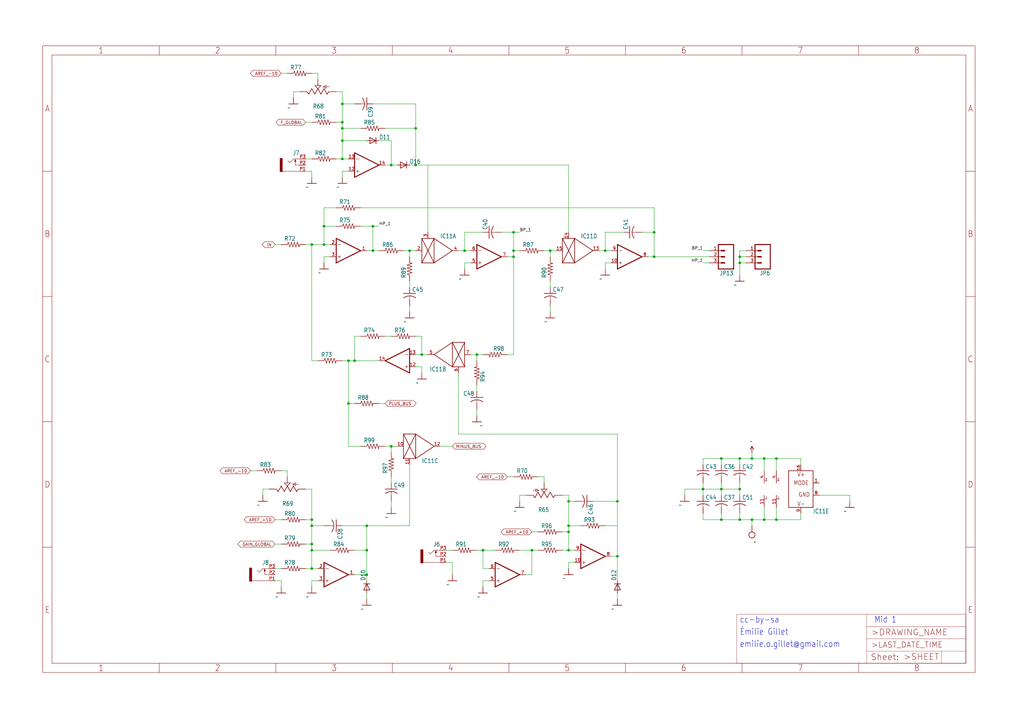
<source format=kicad_sch>
(kicad_sch (version 20211123) (generator eeschema)
  (paper "User" 425.45 299.161)
  (lib_symbols
    (symbol "shelves_v05-eagle-import:A3L-LOC"
      (symbol "A3L-LOC_0_0"
        (text "1" (at 24.2094 1.905 0) (effects (font (size 2.54 2.286))))
        (text "1" (at 24.2094 258.445 0) (effects (font (size 2.54 2.286))))
        (text "2" (at 72.6281 1.905 0) (effects (font (size 2.54 2.286))))
        (text "2" (at 72.6281 258.445 0) (effects (font (size 2.54 2.286))))
        (text "3" (at 121.0469 1.905 0) (effects (font (size 2.54 2.286))))
        (text "3" (at 121.0469 258.445 0) (effects (font (size 2.54 2.286))))
        (text "4" (at 169.4656 1.905 0) (effects (font (size 2.54 2.286))))
        (text "4" (at 169.4656 258.445 0) (effects (font (size 2.54 2.286))))
        (text "5" (at 217.8844 1.905 0) (effects (font (size 2.54 2.286))))
        (text "5" (at 217.8844 258.445 0) (effects (font (size 2.54 2.286))))
        (text "6" (at 266.3031 1.905 0) (effects (font (size 2.54 2.286))))
        (text "6" (at 266.3031 258.445 0) (effects (font (size 2.54 2.286))))
        (text "7" (at 314.7219 1.905 0) (effects (font (size 2.54 2.286))))
        (text "7" (at 314.7219 258.445 0) (effects (font (size 2.54 2.286))))
        (text "8" (at 363.1406 1.905 0) (effects (font (size 2.54 2.286))))
        (text "8" (at 363.1406 258.445 0) (effects (font (size 2.54 2.286))))
        (text "A" (at 1.905 234.315 0) (effects (font (size 2.54 2.286))))
        (text "A" (at 385.445 234.315 0) (effects (font (size 2.54 2.286))))
        (text "B" (at 1.905 182.245 0) (effects (font (size 2.54 2.286))))
        (text "B" (at 385.445 182.245 0) (effects (font (size 2.54 2.286))))
        (text "C" (at 1.905 130.175 0) (effects (font (size 2.54 2.286))))
        (text "C" (at 385.445 130.175 0) (effects (font (size 2.54 2.286))))
        (text "D" (at 1.905 78.105 0) (effects (font (size 2.54 2.286))))
        (text "D" (at 385.445 78.105 0) (effects (font (size 2.54 2.286))))
        (text "E" (at 1.905 26.035 0) (effects (font (size 2.54 2.286))))
        (text "E" (at 385.445 26.035 0) (effects (font (size 2.54 2.286))))
      )
      (symbol "A3L-LOC_1_0"
        (text ">DRAWING_NAME" (at 344.17 15.24 0) (effects (font (size 2.54 2.54)) (justify left bottom)))
        (text ">LAST_DATE_TIME" (at 344.17 10.16 0) (effects (font (size 2.286 2.286)) (justify left bottom)))
        (text ">SHEET" (at 357.505 5.08 0) (effects (font (size 2.54 2.54)) (justify left bottom)))
        (text "Sheet:" (at 343.916 4.953 0) (effects (font (size 2.54 2.54)) (justify left bottom)))
      )
    )
    (symbol "shelves_v05-eagle-import:C-USC0603"
      (property "Reference" "C" (at 1.016 0.635 0))
      (property "Value" "C-USC0603" (at 1.016 -4.191 0))
      (symbol "C-USC0603_1_0"
        (pin passive line (at 0 2.54 270) (length 2.54) (name "1") (number "1"))
        (pin passive line (at 0 -5.08 90) (length 2.54) (name "2") (number "2"))
      )
    )
    (symbol "shelves_v05-eagle-import:DIODE-SOD323-W"
      (property "Reference" "D" (at 2.54 0.4826 0))
      (property "Value" "DIODE-SOD323-W" (at 2.54 -2.3114 0))
      (symbol "DIODE-SOD323-W_1_0"
        (pin passive line (at -2.54 0 0) (length 2.54) (name "A") (number "A"))
        (pin passive line (at 2.54 0 180) (length 2.54) (name "C") (number "C"))
      )
    )
    (symbol "shelves_v05-eagle-import:GND" (power)
      (property "Value" "GND" (at -2.54 -2.54 0))
      (symbol "GND_1_0"
        (pin power_in line (at 0 2.54 270) (length 2.54) (name "GND") (number "1"))
      )
    )
    (symbol "shelves_v05-eagle-import:M03PTH"
      (property "Reference" "JP" (at -2.54 5.842 0))
      (property "Value" "M03PTH" (at -2.54 -7.62 0))
      (symbol "M03PTH_1_0"
        (pin passive line (at 7.62 -2.54 180) (length 5.08) (name "1") (number "1"))
        (pin passive line (at 7.62 0 180) (length 5.08) (name "2") (number "2"))
        (pin passive line (at 7.62 2.54 180) (length 5.08) (name "3") (number "3"))
      )
    )
    (symbol "shelves_v05-eagle-import:PJ301_THONKICONN6"
      (property "Reference" "J" (at -2.54 4.064 0))
      (symbol "PJ301_THONKICONN6_1_0"
        (pin passive line (at -5.08 -2.54 0) (length 2.54) (name "1") (number "P1"))
        (pin passive line (at -5.08 0 0) (length 2.54) (name "2") (number "P2"))
        (pin passive line (at -5.08 2.54 0) (length 2.54) (name "3") (number "P3"))
      )
    )
    (symbol "shelves_v05-eagle-import:POT_USVERTICAL"
      (property "Reference" "R" (at -5.08 -2.54 90))
      (property "Value" "POT_USVERTICAL" (at -2.54 -2.54 90))
      (symbol "POT_USVERTICAL_1_0"
        (pin passive line (at 0 7.62 270) (length 2.54) (name "E") (number "P$1"))
        (pin passive line (at 5.08 0 180) (length 2.54) (name "S") (number "P$2"))
        (pin passive line (at 0 -7.62 90) (length 2.54) (name "A") (number "P$3"))
      )
    )
    (symbol "shelves_v05-eagle-import:POT_USVERTICAL_PS"
      (property "Reference" "R" (at -5.08 -2.54 90))
      (property "Value" "POT_USVERTICAL_PS" (at -2.54 -2.54 90))
      (symbol "POT_USVERTICAL_PS_1_0"
        (pin passive line (at 0 7.62 270) (length 2.54) (name "E") (number "P$1"))
        (pin passive line (at 5.08 0 180) (length 2.54) (name "S") (number "P$2"))
        (pin passive line (at 0 -7.62 90) (length 2.54) (name "A") (number "P$3"))
      )
    )
    (symbol "shelves_v05-eagle-import:R-US_R0603"
      (property "Reference" "R" (at -3.81 1.4986 0))
      (property "Value" "R-US_R0603" (at -3.81 -3.302 0))
      (symbol "R-US_R0603_1_0"
        (pin passive line (at -5.08 0 0) (length 2.54) (name "1") (number "1"))
        (pin passive line (at 5.08 0 180) (length 2.54) (name "2") (number "2"))
      )
    )
    (symbol "shelves_v05-eagle-import:SSM2164S"
      (property "Reference" "IC" (at 5.08 -12.7 0))
      (property "Value" "SSM2164S" (at 5.08 -15.24 0))
      (symbol "SSM2164S_1_0"
        (pin input line (at -5.08 0 0) (length 2.54) (name "IN") (number "2"))
        (pin input line (at 0 7.62 270) (length 2.54) (name "CTRL") (number "3"))
        (pin output line (at 12.7 0 180) (length 2.54) (name "OUT") (number "4"))
      )
      (symbol "SSM2164S_2_0"
        (pin output line (at 12.7 0 180) (length 2.54) (name "OUT") (number "5"))
        (pin input line (at 0 7.62 270) (length 2.54) (name "CTRL") (number "6"))
        (pin input line (at -5.08 0 0) (length 2.54) (name "IN") (number "7"))
      )
      (symbol "SSM2164S_3_0"
        (pin input line (at -5.08 0 0) (length 2.54) (name "IN") (number "10"))
        (pin input line (at 0 7.62 270) (length 2.54) (name "CTRL") (number "11"))
        (pin output line (at 12.7 0 180) (length 2.54) (name "OUT") (number "12"))
      )
      (symbol "SSM2164S_4_0"
        (pin output line (at 12.7 0 180) (length 2.54) (name "OUT") (number "13"))
        (pin input line (at 0 7.62 270) (length 2.54) (name "CTRL") (number "14"))
        (pin input line (at -5.08 0 0) (length 2.54) (name "IN") (number "15"))
      )
      (symbol "SSM2164S_5_0"
        (text "GND" (at -1.016 -5.842 0) (effects (font (size 1.778 1.5113)) (justify left bottom)))
        (text "MODE" (at -3.048 -1.016 0) (effects (font (size 1.778 1.5113)) (justify left bottom)))
        (text "V+" (at -1.524 2.54 0) (effects (font (size 1.778 1.5113)) (justify left bottom)))
        (text "V-" (at -1.524 -9.652 0) (effects (font (size 1.778 1.5113)) (justify left bottom)))
        (pin input line (at 7.62 0 180) (length 2.54) (name "MODE") (number "1"))
        (pin power_in line (at 0 7.62 270) (length 2.54) (name "V+") (number "16"))
        (pin power_in line (at 7.62 -5.08 180) (length 2.54) (name "GND") (number "8"))
        (pin power_in line (at 0 -12.7 90) (length 2.54) (name "V-") (number "9"))
      )
    )
    (symbol "shelves_v05-eagle-import:TL074D"
      (symbol "TL074D_1_0"
        (pin output line (at 7.62 0 180) (length 2.54) (name "OUT") (number "1"))
        (pin input line (at -7.62 -2.54 0) (length 2.54) (name "-IN") (number "2"))
        (pin input line (at -7.62 2.54 0) (length 2.54) (name "+IN") (number "3"))
      )
      (symbol "TL074D_2_0"
        (pin input line (at -7.62 2.54 0) (length 2.54) (name "+IN") (number "5"))
        (pin input line (at -7.62 -2.54 0) (length 2.54) (name "-IN") (number "6"))
        (pin output line (at 7.62 0 180) (length 2.54) (name "OUT") (number "7"))
      )
      (symbol "TL074D_3_0"
        (pin input line (at -7.62 2.54 0) (length 2.54) (name "+IN") (number "10"))
        (pin output line (at 7.62 0 180) (length 2.54) (name "OUT") (number "8"))
        (pin input line (at -7.62 -2.54 0) (length 2.54) (name "-IN") (number "9"))
      )
      (symbol "TL074D_4_0"
        (pin input line (at -7.62 2.54 0) (length 2.54) (name "+IN") (number "12"))
        (pin input line (at -7.62 -2.54 0) (length 2.54) (name "-IN") (number "13"))
        (pin output line (at 7.62 0 180) (length 2.54) (name "OUT") (number "14"))
      )
      (symbol "TL074D_5_0"
        (text "V+" (at 1.27 3.175 900) (effects (font (size 0.8128 0.6908)) (justify left bottom)))
        (text "V-" (at 1.27 -4.445 900) (effects (font (size 0.8128 0.6908)) (justify left bottom)))
        (pin power_in line (at 0 -7.62 90) (length 5.08) (name "V-") (number "11"))
        (pin power_in line (at 0 7.62 270) (length 5.08) (name "V+") (number "4"))
      )
    )
    (symbol "shelves_v05-eagle-import:VCC" (power)
      (property "Value" "VCC" (at -1.016 3.556 0))
      (symbol "VCC_1_0"
        (pin power_in line (at 0 0 90) (length 2.54) (name "VCC") (number "1"))
      )
    )
    (symbol "shelves_v05-eagle-import:VEE" (power)
      (property "Value" "VEE" (at -1.905 3.175 0))
      (symbol "VEE_1_0"
        (pin power_in line (at 0 -2.54 90) (length 2.54) (name "VEE") (number "1"))
      )
    )
  )
  (junction (at 175.26 147.32))
  (junction (at 193.04 104.14))
  (junction (at 129.54 101.6))
  (junction (at 144.78 167.64))
  (junction (at 322.58 215.9))
  (junction (at 251.46 104.14))
  (junction (at 129.54 218.44))
  (junction (at 134.62 93.98))
  (junction (at 236.22 220.98))
  (junction (at 307.34 203.2))
  (junction (at 322.58 190.5))
  (junction (at 142.24 58.42))
  (junction (at 129.54 226.06))
  (junction (at 299.72 215.9))
  (junction (at 213.36 96.52))
  (junction (at 152.4 238.76))
  (junction (at 144.78 149.86))
  (junction (at 307.34 190.5))
  (junction (at 147.32 149.86))
  (junction (at 154.94 93.98))
  (junction (at 134.62 101.6))
  (junction (at 129.54 215.9))
  (junction (at 170.18 104.14))
  (junction (at 307.34 106.68))
  (junction (at 271.78 106.68))
  (junction (at 312.42 215.9))
  (junction (at 299.72 203.2))
  (junction (at 271.78 96.52))
  (junction (at 172.72 68.58))
  (junction (at 213.36 106.68))
  (junction (at 152.4 228.6))
  (junction (at 200.66 228.6))
  (junction (at 317.5 190.5))
  (junction (at 256.54 208.28))
  (junction (at 142.24 66.04))
  (junction (at 307.34 215.9))
  (junction (at 236.22 208.28))
  (junction (at 162.56 68.58))
  (junction (at 220.98 228.6))
  (junction (at 152.4 218.44))
  (junction (at 198.12 147.32))
  (junction (at 256.54 231.14))
  (junction (at 213.36 104.14))
  (junction (at 236.22 228.6))
  (junction (at 129.54 228.6))
  (junction (at 129.54 236.22))
  (junction (at 228.6 104.14))
  (junction (at 142.24 53.34))
  (junction (at 172.72 53.34))
  (junction (at 317.5 215.9))
  (junction (at 299.72 190.5))
  (junction (at 142.24 50.8))
  (junction (at 312.42 190.5))
  (junction (at 307.34 109.22))
  (junction (at 162.56 185.42))
  (junction (at 154.94 104.14))
  (junction (at 142.24 43.18))
  (junction (at 236.22 218.44))
  (junction (at 292.1 203.2))
  (wire (pts (xy 127 66.04) (xy 129.54 66.04)))
  (wire (pts (xy 292.1 200.66) (xy 292.1 203.2)))
  (wire (pts (xy 203.2 241.3) (xy 200.66 241.3)))
  (wire (pts (xy 177.8 68.58) (xy 236.22 68.58)))
  (wire (pts (xy 137.16 106.68) (xy 134.62 106.68)))
  (wire (pts (xy 213.36 104.14) (xy 215.9 104.14)))
  (wire (pts (xy 134.62 86.36) (xy 134.62 93.98)))
  (wire (pts (xy 256.54 231.14) (xy 254 231.14)))
  (wire (pts (xy 185.42 233.68) (xy 187.96 233.68)))
  (wire (pts (xy 142.24 53.34) (xy 142.24 58.42)))
  (wire (pts (xy 147.32 139.7) (xy 147.32 149.86)))
  (wire (pts (xy 198.12 162.56) (xy 198.12 160.02)))
  (wire (pts (xy 154.94 93.98) (xy 157.48 93.98)))
  (wire (pts (xy 170.18 68.58) (xy 172.72 68.58)))
  (wire (pts (xy 177.8 68.58) (xy 177.8 96.52)))
  (wire (pts (xy 147.32 228.6) (xy 152.4 228.6)))
  (wire (pts (xy 170.18 218.44) (xy 170.18 193.04)))
  (wire (pts (xy 307.34 193.04) (xy 307.34 190.5)))
  (wire (pts (xy 157.48 167.64) (xy 160.02 167.64)))
  (wire (pts (xy 307.34 104.14) (xy 307.34 106.68)))
  (wire (pts (xy 220.98 238.76) (xy 218.44 238.76)))
  (wire (pts (xy 193.04 109.22) (xy 193.04 111.76)))
  (wire (pts (xy 309.88 109.22) (xy 307.34 109.22)))
  (wire (pts (xy 213.36 96.52) (xy 215.9 96.52)))
  (wire (pts (xy 213.36 106.68) (xy 210.82 106.68)))
  (wire (pts (xy 116.84 241.3) (xy 116.84 243.84)))
  (wire (pts (xy 162.56 185.42) (xy 162.56 187.96)))
  (wire (pts (xy 170.18 127) (xy 170.18 129.54)))
  (wire (pts (xy 149.86 86.36) (xy 271.78 86.36)))
  (wire (pts (xy 132.08 149.86) (xy 129.54 149.86)))
  (wire (pts (xy 218.44 205.74) (xy 215.9 205.74)))
  (wire (pts (xy 152.4 238.76) (xy 152.4 228.6)))
  (wire (pts (xy 172.72 68.58) (xy 172.72 53.34)))
  (wire (pts (xy 132.08 30.48) (xy 132.08 33.02)))
  (wire (pts (xy 299.72 203.2) (xy 299.72 205.74)))
  (wire (pts (xy 228.6 104.14) (xy 228.6 106.68)))
  (wire (pts (xy 154.94 93.98) (xy 154.94 104.14)))
  (wire (pts (xy 213.36 96.52) (xy 213.36 104.14)))
  (wire (pts (xy 144.78 185.42) (xy 149.86 185.42)))
  (wire (pts (xy 129.54 101.6) (xy 134.62 101.6)))
  (wire (pts (xy 134.62 218.44) (xy 129.54 218.44)))
  (wire (pts (xy 238.76 233.68) (xy 236.22 233.68)))
  (wire (pts (xy 170.18 104.14) (xy 170.18 106.68)))
  (wire (pts (xy 223.52 220.98) (xy 220.98 220.98)))
  (wire (pts (xy 127 236.22) (xy 129.54 236.22)))
  (wire (pts (xy 223.52 198.12) (xy 226.06 198.12)))
  (wire (pts (xy 256.54 241.3) (xy 256.54 231.14)))
  (wire (pts (xy 226.06 104.14) (xy 228.6 104.14)))
  (wire (pts (xy 223.52 228.6) (xy 220.98 228.6)))
  (wire (pts (xy 149.86 53.34) (xy 142.24 53.34)))
  (wire (pts (xy 228.6 119.38) (xy 228.6 116.84)))
  (wire (pts (xy 307.34 203.2) (xy 299.72 203.2)))
  (wire (pts (xy 266.7 96.52) (xy 271.78 96.52)))
  (wire (pts (xy 307.34 106.68) (xy 309.88 106.68)))
  (wire (pts (xy 139.7 66.04) (xy 142.24 66.04)))
  (wire (pts (xy 251.46 104.14) (xy 254 104.14)))
  (wire (pts (xy 152.4 241.3) (xy 152.4 238.76)))
  (wire (pts (xy 119.38 195.58) (xy 119.38 198.12)))
  (wire (pts (xy 233.68 220.98) (xy 236.22 220.98)))
  (wire (pts (xy 144.78 149.86) (xy 147.32 149.86)))
  (wire (pts (xy 124.46 38.1) (xy 121.92 38.1)))
  (wire (pts (xy 157.48 58.42) (xy 162.56 58.42)))
  (wire (pts (xy 294.64 109.22) (xy 292.1 109.22)))
  (wire (pts (xy 200.66 147.32) (xy 198.12 147.32)))
  (wire (pts (xy 116.84 195.58) (xy 119.38 195.58)))
  (wire (pts (xy 322.58 190.5) (xy 332.74 190.5)))
  (wire (pts (xy 340.36 205.74) (xy 353.06 205.74)))
  (wire (pts (xy 309.88 104.14) (xy 307.34 104.14)))
  (wire (pts (xy 317.5 195.58) (xy 317.5 190.5)))
  (wire (pts (xy 175.26 139.7) (xy 175.26 147.32)))
  (wire (pts (xy 129.54 203.2) (xy 129.54 215.9)))
  (wire (pts (xy 238.76 208.28) (xy 236.22 208.28)))
  (wire (pts (xy 193.04 96.52) (xy 200.66 96.52)))
  (wire (pts (xy 142.24 71.12) (xy 142.24 73.66)))
  (wire (pts (xy 220.98 228.6) (xy 220.98 238.76)))
  (wire (pts (xy 139.7 86.36) (xy 134.62 86.36)))
  (wire (pts (xy 312.42 218.44) (xy 312.42 215.9)))
  (wire (pts (xy 228.6 127) (xy 228.6 129.54)))
  (wire (pts (xy 167.64 104.14) (xy 170.18 104.14)))
  (wire (pts (xy 129.54 71.12) (xy 129.54 73.66)))
  (wire (pts (xy 193.04 104.14) (xy 193.04 96.52)))
  (wire (pts (xy 134.62 101.6) (xy 137.16 101.6)))
  (wire (pts (xy 142.24 58.42) (xy 142.24 66.04)))
  (wire (pts (xy 177.8 147.32) (xy 175.26 147.32)))
  (wire (pts (xy 170.18 119.38) (xy 170.18 116.84)))
  (wire (pts (xy 134.62 93.98) (xy 139.7 93.98)))
  (wire (pts (xy 271.78 106.68) (xy 269.24 106.68)))
  (wire (pts (xy 116.84 226.06) (xy 114.3 226.06)))
  (wire (pts (xy 251.46 109.22) (xy 251.46 111.76)))
  (wire (pts (xy 160.02 139.7) (xy 162.56 139.7)))
  (wire (pts (xy 299.72 203.2) (xy 292.1 203.2)))
  (wire (pts (xy 162.56 200.66) (xy 162.56 198.12)))
  (wire (pts (xy 251.46 104.14) (xy 251.46 96.52)))
  (wire (pts (xy 256.54 218.44) (xy 256.54 231.14)))
  (wire (pts (xy 312.42 215.9) (xy 317.5 215.9)))
  (wire (pts (xy 142.24 149.86) (xy 144.78 149.86)))
  (wire (pts (xy 142.24 218.44) (xy 152.4 218.44)))
  (wire (pts (xy 299.72 190.5) (xy 307.34 190.5)))
  (wire (pts (xy 299.72 213.36) (xy 299.72 215.9)))
  (wire (pts (xy 172.72 152.4) (xy 175.26 152.4)))
  (wire (pts (xy 195.58 147.32) (xy 198.12 147.32)))
  (wire (pts (xy 170.18 104.14) (xy 172.72 104.14)))
  (wire (pts (xy 312.42 187.96) (xy 312.42 190.5)))
  (wire (pts (xy 111.76 203.2) (xy 109.22 203.2)))
  (wire (pts (xy 284.48 203.2) (xy 284.48 205.74)))
  (wire (pts (xy 134.62 93.98) (xy 134.62 101.6)))
  (wire (pts (xy 119.38 30.48) (xy 116.84 30.48)))
  (wire (pts (xy 215.9 228.6) (xy 220.98 228.6)))
  (wire (pts (xy 312.42 190.5) (xy 317.5 190.5)))
  (wire (pts (xy 187.96 233.68) (xy 187.96 238.76)))
  (wire (pts (xy 317.5 190.5) (xy 322.58 190.5)))
  (wire (pts (xy 205.74 228.6) (xy 200.66 228.6)))
  (wire (pts (xy 149.86 93.98) (xy 154.94 93.98)))
  (wire (pts (xy 236.22 233.68) (xy 236.22 236.22)))
  (wire (pts (xy 114.3 236.22) (xy 116.84 236.22)))
  (wire (pts (xy 162.56 68.58) (xy 165.1 68.58)))
  (wire (pts (xy 254 109.22) (xy 251.46 109.22)))
  (wire (pts (xy 198.12 170.18) (xy 198.12 172.72)))
  (wire (pts (xy 215.9 205.74) (xy 215.9 208.28)))
  (wire (pts (xy 236.22 68.58) (xy 236.22 96.52)))
  (wire (pts (xy 127 215.9) (xy 129.54 215.9)))
  (wire (pts (xy 144.78 149.86) (xy 144.78 167.64)))
  (wire (pts (xy 160.02 68.58) (xy 162.56 68.58)))
  (wire (pts (xy 256.54 208.28) (xy 256.54 218.44)))
  (wire (pts (xy 142.24 50.8) (xy 142.24 53.34)))
  (wire (pts (xy 142.24 43.18) (xy 142.24 50.8)))
  (wire (pts (xy 116.84 101.6) (xy 114.3 101.6)))
  (wire (pts (xy 129.54 226.06) (xy 129.54 228.6)))
  (wire (pts (xy 144.78 167.64) (xy 147.32 167.64)))
  (wire (pts (xy 246.38 208.28) (xy 256.54 208.28)))
  (wire (pts (xy 114.3 241.3) (xy 116.84 241.3)))
  (wire (pts (xy 142.24 38.1) (xy 142.24 43.18)))
  (wire (pts (xy 109.22 203.2) (xy 109.22 205.74)))
  (wire (pts (xy 307.34 190.5) (xy 312.42 190.5)))
  (wire (pts (xy 213.36 147.32) (xy 213.36 106.68)))
  (wire (pts (xy 139.7 50.8) (xy 142.24 50.8)))
  (wire (pts (xy 121.92 38.1) (xy 121.92 40.64)))
  (wire (pts (xy 154.94 43.18) (xy 172.72 43.18)))
  (wire (pts (xy 251.46 96.52) (xy 259.08 96.52)))
  (wire (pts (xy 332.74 215.9) (xy 322.58 215.9)))
  (wire (pts (xy 332.74 190.5) (xy 332.74 193.04)))
  (wire (pts (xy 208.28 96.52) (xy 213.36 96.52)))
  (wire (pts (xy 106.68 195.58) (xy 104.14 195.58)))
  (wire (pts (xy 127 71.12) (xy 129.54 71.12)))
  (wire (pts (xy 116.84 215.9) (xy 114.3 215.9)))
  (wire (pts (xy 152.4 58.42) (xy 142.24 58.42)))
  (wire (pts (xy 129.54 50.8) (xy 127 50.8)))
  (wire (pts (xy 195.58 109.22) (xy 193.04 109.22)))
  (wire (pts (xy 129.54 149.86) (xy 129.54 101.6)))
  (wire (pts (xy 129.54 218.44) (xy 129.54 226.06)))
  (wire (pts (xy 353.06 205.74) (xy 353.06 208.28)))
  (wire (pts (xy 127 101.6) (xy 129.54 101.6)))
  (wire (pts (xy 152.4 218.44) (xy 170.18 218.44)))
  (wire (pts (xy 139.7 38.1) (xy 142.24 38.1)))
  (wire (pts (xy 292.1 215.9) (xy 299.72 215.9)))
  (wire (pts (xy 144.78 167.64) (xy 144.78 185.42)))
  (wire (pts (xy 162.56 58.42) (xy 162.56 68.58)))
  (wire (pts (xy 154.94 104.14) (xy 152.4 104.14)))
  (wire (pts (xy 154.94 104.14) (xy 157.48 104.14)))
  (wire (pts (xy 317.5 215.9) (xy 322.58 215.9)))
  (wire (pts (xy 292.1 193.04) (xy 292.1 190.5)))
  (wire (pts (xy 307.34 215.9) (xy 312.42 215.9)))
  (wire (pts (xy 129.54 228.6) (xy 129.54 236.22)))
  (wire (pts (xy 190.5 154.94) (xy 190.5 180.34)))
  (wire (pts (xy 127 226.06) (xy 129.54 226.06)))
  (wire (pts (xy 137.16 228.6) (xy 129.54 228.6)))
  (wire (pts (xy 256.54 246.38) (xy 256.54 248.92)))
  (wire (pts (xy 271.78 106.68) (xy 294.64 106.68)))
  (wire (pts (xy 175.26 147.32) (xy 172.72 147.32)))
  (wire (pts (xy 307.34 106.68) (xy 307.34 109.22)))
  (wire (pts (xy 129.54 30.48) (xy 132.08 30.48)))
  (wire (pts (xy 299.72 215.9) (xy 307.34 215.9)))
  (wire (pts (xy 236.22 220.98) (xy 236.22 228.6)))
  (wire (pts (xy 172.72 68.58) (xy 177.8 68.58)))
  (wire (pts (xy 307.34 203.2) (xy 307.34 205.74)))
  (wire (pts (xy 271.78 96.52) (xy 271.78 106.68)))
  (wire (pts (xy 147.32 149.86) (xy 157.48 149.86)))
  (wire (pts (xy 172.72 53.34) (xy 172.72 43.18)))
  (wire (pts (xy 190.5 180.34) (xy 256.54 180.34)))
  (wire (pts (xy 132.08 236.22) (xy 129.54 236.22)))
  (wire (pts (xy 317.5 210.82) (xy 317.5 215.9)))
  (wire (pts (xy 292.1 190.5) (xy 299.72 190.5)))
  (wire (pts (xy 129.54 241.3) (xy 129.54 243.84)))
  (wire (pts (xy 228.6 104.14) (xy 231.14 104.14)))
  (wire (pts (xy 322.58 215.9) (xy 322.58 210.82)))
  (wire (pts (xy 299.72 200.66) (xy 299.72 203.2)))
  (wire (pts (xy 292.1 213.36) (xy 292.1 215.9)))
  (wire (pts (xy 248.92 104.14) (xy 251.46 104.14)))
  (wire (pts (xy 233.68 228.6) (xy 236.22 228.6)))
  (wire (pts (xy 193.04 104.14) (xy 195.58 104.14)))
  (wire (pts (xy 203.2 236.22) (xy 200.66 236.22)))
  (wire (pts (xy 210.82 147.32) (xy 213.36 147.32)))
  (wire (pts (xy 307.34 109.22) (xy 307.34 114.3)))
  (wire (pts (xy 292.1 104.14) (xy 294.64 104.14)))
  (wire (pts (xy 172.72 139.7) (xy 175.26 139.7)))
  (wire (pts (xy 162.56 185.42) (xy 165.1 185.42)))
  (wire (pts (xy 147.32 238.76) (xy 152.4 238.76)))
  (wire (pts (xy 307.34 213.36) (xy 307.34 215.9)))
  (wire (pts (xy 144.78 71.12) (xy 142.24 71.12)))
  (wire (pts (xy 241.3 218.44) (xy 236.22 218.44)))
  (wire (pts (xy 190.5 104.14) (xy 193.04 104.14)))
  (wire (pts (xy 307.34 200.66) (xy 307.34 203.2)))
  (wire (pts (xy 256.54 180.34) (xy 256.54 208.28)))
  (wire (pts (xy 175.26 152.4) (xy 175.26 154.94)))
  (wire (pts (xy 213.36 198.12) (xy 210.82 198.12)))
  (wire (pts (xy 152.4 246.38) (xy 152.4 248.92)))
  (wire (pts (xy 332.74 213.36) (xy 332.74 215.9)))
  (wire (pts (xy 127 203.2) (xy 129.54 203.2)))
  (wire (pts (xy 182.88 185.42) (xy 187.96 185.42)))
  (wire (pts (xy 238.76 228.6) (xy 236.22 228.6)))
  (wire (pts (xy 226.06 198.12) (xy 226.06 200.66)))
  (wire (pts (xy 129.54 215.9) (xy 129.54 218.44)))
  (wire (pts (xy 162.56 208.28) (xy 162.56 210.82)))
  (wire (pts (xy 322.58 195.58) (xy 322.58 190.5)))
  (wire (pts (xy 144.78 66.04) (xy 142.24 66.04)))
  (wire (pts (xy 132.08 241.3) (xy 129.54 241.3)))
  (wire (pts (xy 292.1 203.2) (xy 284.48 203.2)))
  (wire (pts (xy 236.22 218.44) (xy 236.22 220.98)))
  (wire (pts (xy 200.66 241.3) (xy 200.66 243.84)))
  (wire (pts (xy 233.68 205.74) (xy 236.22 205.74)))
  (wire (pts (xy 271.78 86.36) (xy 271.78 96.52)))
  (wire (pts (xy 147.32 43.18) (xy 142.24 43.18)))
  (wire (pts (xy 152.4 228.6) (xy 152.4 218.44)))
  (wire (pts (xy 251.46 218.44) (xy 256.54 218.44)))
  (wire (pts (xy 200.66 236.22) (xy 200.66 228.6)))
  (wire (pts (xy 213.36 104.14) (xy 213.36 106.68)))
  (wire (pts (xy 160.02 53.34) (xy 172.72 53.34)))
  (wire (pts (xy 198.12 147.32) (xy 198.12 149.86)))
  (wire (pts (xy 160.02 185.42) (xy 162.56 185.42)))
  (wire (pts (xy 149.86 139.7) (xy 147.32 139.7)))
  (wire (pts (xy 292.1 203.2) (xy 292.1 205.74)))
  (wire (pts (xy 185.42 228.6) (xy 187.96 228.6)))
  (wire (pts (xy 236.22 205.74) (xy 236.22 208.28)))
  (wire (pts (xy 134.62 106.68) (xy 134.62 109.22)))
  (wire (pts (xy 299.72 193.04) (xy 299.72 190.5)))
  (wire (pts (xy 236.22 208.28) (xy 236.22 218.44)))
  (wire (pts (xy 198.12 228.6) (xy 200.66 228.6)))
  (text "Émilie Gillet" (at 307.34 264.16 180) (effects (font (size 2.54 2.159)) (justify left bottom)))
  (text "emilie.o.gillet@gmail.com" (at 307.34 269.24 180) (effects (font (size 2.54 2.159)) (justify left bottom)))
  (text "cc-by-sa" (at 307.34 259.08 180) (effects (font (size 2.54 2.159)) (justify left bottom)))
  (text "Mid 1" (at 363.22 259.08 180) (effects (font (size 2.54 2.159)) (justify left bottom)))
  (label "HP_1" (at 157.48 93.98 0) (effects (font (size 1.2446 1.2446))))
  (label "BP_1" (at 215.9 96.52 0) (effects (font (size 1.2446 1.2446))))
  (label "BP_1" (at 292.1 104.14 180) (effects (font (size 1.2446 1.2446))))
  (label "HP_1" (at 292.1 109.22 180) (effects (font (size 1.2446 1.2446))))
  (global_label "IN" (shape bidirectional) (at 114.3 101.6 180) (effects (font (size 1.2446 1.2446))) (property "Intersheet References" "${INTERSHEET_REFS}" (effects hide)))
  (global_label "AREF_+10" (shape bidirectional) (at 220.98 220.98 180) (effects (font (size 1.2446 1.2446))) (property "Intersheet References" "${INTERSHEET_REFS}" (effects hide)))
  (global_label "AREF_-10" (shape bidirectional) (at 210.82 198.12 180) (effects (font (size 1.2446 1.2446))) (property "Intersheet References" "${INTERSHEET_REFS}" (effects hide)))
  (global_label "AREF_-10" (shape bidirectional) (at 104.14 195.58 180) (effects (font (size 1.2446 1.2446))) (property "Intersheet References" "${INTERSHEET_REFS}" (effects hide)))
  (global_label "MINUS_BUS" (shape bidirectional) (at 187.96 185.42 0) (effects (font (size 1.2446 1.2446))) (property "Intersheet References" "${INTERSHEET_REFS}" (effects hide)))
  (global_label "GAIN_GLOBAL" (shape bidirectional) (at 114.3 226.06 180) (effects (font (size 1.2446 1.2446))) (property "Intersheet References" "${INTERSHEET_REFS}" (effects hide)))
  (global_label "F_GLOBAL" (shape bidirectional) (at 127 50.8 180) (effects (font (size 1.2446 1.2446))) (property "Intersheet References" "${INTERSHEET_REFS}" (effects hide)))
  (global_label "PLUS_BUS" (shape bidirectional) (at 160.02 167.64 0) (effects (font (size 1.2446 1.2446))) (property "Intersheet References" "${INTERSHEET_REFS}" (effects hide)))
  (global_label "AREF_+10" (shape bidirectional) (at 114.3 215.9 180) (effects (font (size 1.2446 1.2446))) (property "Intersheet References" "${INTERSHEET_REFS}" (effects hide)))
  (global_label "AREF_-10" (shape bidirectional) (at 116.84 30.48 180) (effects (font (size 1.2446 1.2446))) (property "Intersheet References" "${INTERSHEET_REFS}" (effects hide)))
  (symbol (lib_id "shelves_v05-eagle-import:VCC") (at 312.42 187.96 0) (unit 1)
    (property "Reference" "#P+1" (effects hide))
  )
  (symbol (lib_id "shelves_v05-eagle-import:SSM2164S") (at 170.18 185.42 0) (mirror x) (unit 3)
    (property "Reference" "IC11" (at 175.26 190.5 0) (effects (font (size 1.778 1.5113)) (justify left bottom)))
  )
  (symbol (lib_id "shelves_v05-eagle-import:DIODE-SOD323-W") (at 256.54 243.84 90) (unit 1)
    (property "Reference" "D12" (at 256.0574 241.3 0) (effects (font (size 1.778 1.5113)) (justify left bottom)))
  )
  (symbol (lib_id "shelves_v05-eagle-import:R-US_R0603") (at 154.94 139.7 0) (unit 1)
    (property "Reference" "R74" (at 151.13 138.2014 0) (effects (font (size 1.778 1.5113)) (justify left bottom)))
  )
  (symbol (lib_id "shelves_v05-eagle-import:TL074D") (at 261.62 106.68 0) (mirror x) (unit 3)
    (property "Reference" "IC9" (effects hide))
  )
  (symbol (lib_id "shelves_v05-eagle-import:GND") (at 284.48 208.28 0) (unit 1)
    (property "Reference" "#GND30" (effects hide))
  )
  (symbol (lib_id "shelves_v05-eagle-import:R-US_R0603") (at 228.6 228.6 0) (unit 1)
    (property "Reference" "R95" (at 224.79 227.1014 0) (effects (font (size 1.778 1.5113)) (justify left bottom)))
  )
  (symbol (lib_id "shelves_v05-eagle-import:C-USC0603") (at 299.72 195.58 0) (unit 1)
    (property "Reference" "C36" (at 300.736 194.945 0) (effects (font (size 1.778 1.5113)) (justify left bottom)))
  )
  (symbol (lib_id "shelves_v05-eagle-import:C-USC0603") (at 307.34 195.58 0) (unit 1)
    (property "Reference" "C42" (at 308.356 194.945 0) (effects (font (size 1.778 1.5113)) (justify left bottom)))
  )
  (symbol (lib_id "shelves_v05-eagle-import:TL074D") (at 210.82 238.76 0) (mirror x) (unit 2)
    (property "Reference" "IC10" (effects hide))
  )
  (symbol (lib_id "shelves_v05-eagle-import:R-US_R0603") (at 246.38 218.44 0) (unit 1)
    (property "Reference" "R93" (at 242.57 216.9414 0) (effects (font (size 1.778 1.5113)) (justify left bottom)))
  )
  (symbol (lib_id "shelves_v05-eagle-import:GND") (at 198.12 175.26 0) (mirror y) (unit 1)
    (property "Reference" "#GND45" (effects hide))
  )
  (symbol (lib_id "shelves_v05-eagle-import:GND") (at 109.22 208.28 0) (unit 1)
    (property "Reference" "#GND38" (effects hide))
  )
  (symbol (lib_id "shelves_v05-eagle-import:GND") (at 121.92 43.18 0) (unit 1)
    (property "Reference" "#GND37" (effects hide))
  )
  (symbol (lib_id "shelves_v05-eagle-import:R-US_R0603") (at 121.92 215.9 0) (unit 1)
    (property "Reference" "R80" (at 118.11 214.4014 0) (effects (font (size 1.778 1.5113)) (justify left bottom)))
  )
  (symbol (lib_id "shelves_v05-eagle-import:C-USC0603") (at 162.56 203.2 0) (unit 1)
    (property "Reference" "C49" (at 163.576 202.565 0) (effects (font (size 1.778 1.5113)) (justify left bottom)))
  )
  (symbol (lib_id "shelves_v05-eagle-import:TL074D") (at 144.78 104.14 0) (mirror x) (unit 1)
    (property "Reference" "IC9" (effects hide))
  )
  (symbol (lib_id "shelves_v05-eagle-import:R-US_R0603") (at 167.64 139.7 0) (unit 1)
    (property "Reference" "R76" (at 163.83 138.2014 0) (effects (font (size 1.778 1.5113)) (justify left bottom)))
  )
  (symbol (lib_id "shelves_v05-eagle-import:R-US_R0603") (at 121.92 226.06 0) (unit 1)
    (property "Reference" "R79" (at 118.11 224.5614 0) (effects (font (size 1.778 1.5113)) (justify left bottom)))
  )
  (symbol (lib_id "shelves_v05-eagle-import:GND") (at 116.84 246.38 0) (unit 1)
    (property "Reference" "#GND36" (effects hide))
  )
  (symbol (lib_id "shelves_v05-eagle-import:GND") (at 162.56 213.36 0) (unit 1)
    (property "Reference" "#GND39" (effects hide))
  )
  (symbol (lib_id "shelves_v05-eagle-import:C-USC0603") (at 198.12 165.1 0) (mirror y) (unit 1)
    (property "Reference" "C48" (at 197.104 164.465 0) (effects (font (size 1.778 1.5113)) (justify left bottom)))
  )
  (symbol (lib_id "shelves_v05-eagle-import:DIODE-SOD323-W") (at 167.64 68.58 0) (unit 1)
    (property "Reference" "D16" (at 170.18 68.0974 0) (effects (font (size 1.778 1.5113)) (justify left bottom)))
  )
  (symbol (lib_id "shelves_v05-eagle-import:GND") (at 134.62 111.76 0) (unit 1)
    (property "Reference" "#GND40" (effects hide))
  )
  (symbol (lib_id "shelves_v05-eagle-import:GND") (at 170.18 132.08 0) (unit 1)
    (property "Reference" "#GND28" (effects hide))
  )
  (symbol (lib_id "shelves_v05-eagle-import:SSM2164S") (at 236.22 104.14 0) (unit 4)
    (property "Reference" "IC11" (at 241.3 99.06 0) (effects (font (size 1.778 1.5113)) (justify left bottom)))
  )
  (symbol (lib_id "shelves_v05-eagle-import:R-US_R0603") (at 144.78 93.98 0) (unit 1)
    (property "Reference" "R75" (at 140.97 92.4814 0) (effects (font (size 1.778 1.5113)) (justify left bottom)))
  )
  (symbol (lib_id "shelves_v05-eagle-import:C-USC0603") (at 261.62 96.52 90) (unit 1)
    (property "Reference" "C41" (at 260.985 95.504 0) (effects (font (size 1.778 1.5113)) (justify left bottom)))
  )
  (symbol (lib_id "shelves_v05-eagle-import:TL074D") (at 139.7 238.76 0) (mirror x) (unit 1)
    (property "Reference" "IC10" (effects hide))
  )
  (symbol (lib_id "shelves_v05-eagle-import:C-USC0603") (at 292.1 195.58 0) (unit 1)
    (property "Reference" "C43" (at 293.116 194.945 0) (effects (font (size 1.778 1.5113)) (justify left bottom)))
  )
  (symbol (lib_id "shelves_v05-eagle-import:TL074D") (at 317.5 203.2 0) (unit 5)
    (property "Reference" "IC9" (effects hide))
  )
  (symbol (lib_id "shelves_v05-eagle-import:R-US_R0603") (at 134.62 50.8 0) (unit 1)
    (property "Reference" "R81" (at 130.81 49.3014 0) (effects (font (size 1.778 1.5113)) (justify left bottom)))
  )
  (symbol (lib_id "shelves_v05-eagle-import:R-US_R0603") (at 162.56 104.14 0) (unit 1)
    (property "Reference" "R86" (at 158.75 102.6414 0) (effects (font (size 1.778 1.5113)) (justify left bottom)))
  )
  (symbol (lib_id "shelves_v05-eagle-import:POT_USVERTICAL") (at 226.06 205.74 270) (mirror x) (unit 1)
    (property "Reference" "R65" (at 223.52 210.82 90) (effects (font (size 1.778 1.5113)) (justify left bottom)))
  )
  (symbol (lib_id "shelves_v05-eagle-import:TL074D") (at 165.1 149.86 180) (unit 4)
    (property "Reference" "IC9" (effects hide))
  )
  (symbol (lib_id "shelves_v05-eagle-import:R-US_R0603") (at 198.12 154.94 270) (mirror x) (unit 1)
    (property "Reference" "R94" (at 199.6186 158.75 0) (effects (font (size 1.778 1.5113)) (justify left bottom)))
  )
  (symbol (lib_id "shelves_v05-eagle-import:GND") (at 215.9 210.82 0) (unit 1)
    (property "Reference" "#GND48" (effects hide))
  )
  (symbol (lib_id "shelves_v05-eagle-import:A3L-LOC") (at 17.78 279.4 0) (unit 1)
    (property "Reference" "#FRAME1" (effects hide))
  )
  (symbol (lib_id "shelves_v05-eagle-import:C-USC0603") (at 228.6 121.92 0) (unit 1)
    (property "Reference" "C47" (at 229.616 121.285 0) (effects (font (size 1.778 1.5113)) (justify left bottom)))
  )
  (symbol (lib_id "shelves_v05-eagle-import:M03PTH") (at 317.5 106.68 180) (unit 1)
    (property "Reference" "JP6" (at 320.04 112.522 0) (effects (font (size 1.778 1.5113)) (justify left bottom)))
  )
  (symbol (lib_id "shelves_v05-eagle-import:R-US_R0603") (at 111.76 195.58 0) (unit 1)
    (property "Reference" "R83" (at 107.95 194.0814 0) (effects (font (size 1.778 1.5113)) (justify left bottom)))
  )
  (symbol (lib_id "shelves_v05-eagle-import:R-US_R0603") (at 205.74 147.32 0) (mirror y) (unit 1)
    (property "Reference" "R98" (at 209.55 145.8214 0) (effects (font (size 1.778 1.5113)) (justify left bottom)))
  )
  (symbol (lib_id "shelves_v05-eagle-import:SSM2164S") (at 332.74 200.66 0) (unit 5)
    (property "Reference" "IC11" (at 337.82 213.36 0) (effects (font (size 1.778 1.5113)) (justify left bottom)))
  )
  (symbol (lib_id "shelves_v05-eagle-import:R-US_R0603") (at 218.44 198.12 0) (unit 1)
    (property "Reference" "R70" (at 214.63 196.6214 0) (effects (font (size 1.778 1.5113)) (justify left bottom)))
  )
  (symbol (lib_id "shelves_v05-eagle-import:R-US_R0603") (at 142.24 228.6 0) (unit 1)
    (property "Reference" "R84" (at 138.43 227.1014 0) (effects (font (size 1.778 1.5113)) (justify left bottom)))
  )
  (symbol (lib_id "shelves_v05-eagle-import:DIODE-SOD323-W") (at 152.4 243.84 90) (unit 1)
    (property "Reference" "D10" (at 151.9174 241.3 0) (effects (font (size 1.778 1.5113)) (justify left bottom)))
  )
  (symbol (lib_id "shelves_v05-eagle-import:R-US_R0603") (at 162.56 193.04 90) (unit 1)
    (property "Reference" "R97" (at 161.0614 196.85 0) (effects (font (size 1.778 1.5113)) (justify left bottom)))
  )
  (symbol (lib_id "shelves_v05-eagle-import:GND") (at 129.54 76.2 0) (unit 1)
    (property "Reference" "#GND33" (effects hide))
  )
  (symbol (lib_id "shelves_v05-eagle-import:C-USC0603") (at 152.4 43.18 270) (unit 1)
    (property "Reference" "C39" (at 153.035 44.196 0) (effects (font (size 1.778 1.5113)) (justify left bottom)))
  )
  (symbol (lib_id "shelves_v05-eagle-import:TL074D") (at 203.2 106.68 0) (mirror x) (unit 2)
    (property "Reference" "IC9" (effects hide))
  )
  (symbol (lib_id "shelves_v05-eagle-import:GND") (at 200.66 246.38 0) (unit 1)
    (property "Reference" "#GND49" (effects hide))
  )
  (symbol (lib_id "shelves_v05-eagle-import:R-US_R0603") (at 154.94 185.42 0) (unit 1)
    (property "Reference" "R99" (at 151.13 183.9214 0) (effects (font (size 1.778 1.5113)) (justify left bottom)))
  )
  (symbol (lib_id "shelves_v05-eagle-import:GND") (at 175.26 157.48 0) (unit 1)
    (property "Reference" "#GND46" (effects hide))
  )
  (symbol (lib_id "shelves_v05-eagle-import:GND") (at 142.24 76.2 0) (unit 1)
    (property "Reference" "#GND31" (effects hide))
  )
  (symbol (lib_id "shelves_v05-eagle-import:R-US_R0603") (at 228.6 220.98 0) (unit 1)
    (property "Reference" "R96" (at 224.79 219.4814 0) (effects (font (size 1.778 1.5113)) (justify left bottom)))
  )
  (symbol (lib_id "shelves_v05-eagle-import:C-USC0603") (at 170.18 121.92 0) (unit 1)
    (property "Reference" "C45" (at 171.196 121.285 0) (effects (font (size 1.778 1.5113)) (justify left bottom)))
  )
  (symbol (lib_id "shelves_v05-eagle-import:R-US_R0603") (at 210.82 228.6 0) (unit 1)
    (property "Reference" "R92" (at 207.01 227.1014 0) (effects (font (size 1.778 1.5113)) (justify left bottom)))
  )
  (symbol (lib_id "shelves_v05-eagle-import:GND") (at 251.46 114.3 0) (unit 1)
    (property "Reference" "#GND44" (effects hide))
  )
  (symbol (lib_id "shelves_v05-eagle-import:R-US_R0603") (at 134.62 66.04 0) (unit 1)
    (property "Reference" "R82" (at 130.81 64.5414 0) (effects (font (size 1.778 1.5113)) (justify left bottom)))
  )
  (symbol (lib_id "shelves_v05-eagle-import:GND") (at 129.54 246.38 0) (unit 1)
    (property "Reference" "#GND34" (effects hide))
  )
  (symbol (lib_id "shelves_v05-eagle-import:C-USC0603") (at 243.84 208.28 270) (unit 1)
    (property "Reference" "C46" (at 244.475 209.296 0) (effects (font (size 1.778 1.5113)) (justify left bottom)))
  )
  (symbol (lib_id "shelves_v05-eagle-import:GND") (at 256.54 251.46 0) (unit 1)
    (property "Reference" "#GND50" (effects hide))
  )
  (symbol (lib_id "shelves_v05-eagle-import:POT_USVERTICAL_PS") (at 132.08 38.1 90) (unit 1)
    (property "Reference" "R68" (at 134.62 43.18 90) (effects (font (size 1.778 1.5113)) (justify left bottom)))
  )
  (symbol (lib_id "shelves_v05-eagle-import:GND") (at 307.34 116.84 0) (unit 1)
    (property "Reference" "#GND32" (effects hide))
  )
  (symbol (lib_id "shelves_v05-eagle-import:C-USC0603") (at 299.72 208.28 0) (unit 1)
    (property "Reference" "C37" (at 300.736 207.645 0) (effects (font (size 1.778 1.5113)) (justify left bottom)))
  )
  (symbol (lib_id "shelves_v05-eagle-import:GND") (at 353.06 210.82 0) (unit 1)
    (property "Reference" "#GND29" (effects hide))
  )
  (symbol (lib_id "shelves_v05-eagle-import:SSM2164S") (at 190.5 147.32 180) (unit 2)
    (property "Reference" "IC11" (at 185.42 152.4 0) (effects (font (size 1.778 1.5113)) (justify left bottom)))
  )
  (symbol (lib_id "shelves_v05-eagle-import:GND") (at 228.6 132.08 0) (unit 1)
    (property "Reference" "#GND42" (effects hide))
  )
  (symbol (lib_id "shelves_v05-eagle-import:C-USC0603") (at 292.1 208.28 0) (unit 1)
    (property "Reference" "C44" (at 293.116 207.645 0) (effects (font (size 1.778 1.5113)) (justify left bottom)))
  )
  (symbol (lib_id "shelves_v05-eagle-import:PJ301_THONKICONN6") (at 109.22 238.76 0) (mirror y) (unit 1)
    (property "Reference" "J8" (at 111.76 234.696 0) (effects (font (size 1.778 1.5113)) (justify left bottom)))
  )
  (symbol (lib_id "shelves_v05-eagle-import:C-USC0603") (at 307.34 208.28 0) (unit 1)
    (property "Reference" "C51" (at 308.356 207.645 0) (effects (font (size 1.778 1.5113)) (justify left bottom)))
  )
  (symbol (lib_id "shelves_v05-eagle-import:DIODE-SOD323-W") (at 154.94 58.42 0) (unit 1)
    (property "Reference" "D11" (at 157.48 57.9374 0) (effects (font (size 1.778 1.5113)) (justify left bottom)))
  )
  (symbol (lib_id "shelves_v05-eagle-import:SSM2164S") (at 177.8 104.14 0) (unit 1)
    (property "Reference" "IC11" (at 182.88 99.06 0) (effects (font (size 1.778 1.5113)) (justify left bottom)))
  )
  (symbol (lib_id "shelves_v05-eagle-import:R-US_R0603") (at 154.94 53.34 0) (unit 1)
    (property "Reference" "R85" (at 151.13 51.8414 0) (effects (font (size 1.778 1.5113)) (justify left bottom)))
  )
  (symbol (lib_id "shelves_v05-eagle-import:R-US_R0603") (at 170.18 111.76 90) (unit 1)
    (property "Reference" "R89" (at 168.6814 115.57 0) (effects (font (size 1.778 1.5113)) (justify left bottom)))
  )
  (symbol (lib_id "shelves_v05-eagle-import:R-US_R0603") (at 152.4 167.64 0) (unit 1)
    (property "Reference" "R88" (at 148.59 166.1414 0) (effects (font (size 1.778 1.5113)) (justify left bottom)))
  )
  (symbol (lib_id "shelves_v05-eagle-import:R-US_R0603") (at 121.92 101.6 0) (unit 1)
    (property "Reference" "R72" (at 118.11 100.1014 0) (effects (font (size 1.778 1.5113)) (justify left bottom)))
  )
  (symbol (lib_id "shelves_v05-eagle-import:R-US_R0603") (at 137.16 149.86 0) (unit 1)
    (property "Reference" "R73" (at 133.35 148.3614 0) (effects (font (size 1.778 1.5113)) (justify left bottom)))
  )
  (symbol (lib_id "shelves_v05-eagle-import:R-US_R0603") (at 144.78 86.36 0) (unit 1)
    (property "Reference" "R71" (at 140.97 84.8614 0) (effects (font (size 1.778 1.5113)) (justify left bottom)))
  )
  (symbol (lib_id "shelves_v05-eagle-import:PJ301_THONKICONN6") (at 180.34 231.14 0) (mirror y) (unit 1)
    (property "Reference" "J6" (at 182.88 227.076 0) (effects (font (size 1.778 1.5113)) (justify left bottom)))
  )
  (symbol (lib_id "shelves_v05-eagle-import:C-USC0603") (at 139.7 218.44 270) (unit 1)
    (property "Reference" "C38" (at 140.335 219.456 0) (effects (font (size 1.778 1.5113)) (justify left bottom)))
  )
  (symbol (lib_id "shelves_v05-eagle-import:GND") (at 236.22 238.76 0) (unit 1)
    (property "Reference" "#GND51" (effects hide))
  )
  (symbol (lib_id "shelves_v05-eagle-import:GND") (at 193.04 114.3 0) (unit 1)
    (property "Reference" "#GND41" (effects hide))
  )
  (symbol (lib_id "shelves_v05-eagle-import:R-US_R0603") (at 228.6 111.76 90) (unit 1)
    (property "Reference" "R90" (at 227.1014 115.57 0) (effects (font (size 1.778 1.5113)) (justify left bottom)))
  )
  (symbol (lib_id "shelves_v05-eagle-import:C-USC0603") (at 203.2 96.52 90) (unit 1)
    (property "Reference" "C40" (at 202.565 95.504 0) (effects (font (size 1.778 1.5113)) (justify left bottom)))
  )
  (symbol (lib_id "shelves_v05-eagle-import:R-US_R0603") (at 220.98 104.14 0) (unit 1)
    (property "Reference" "R87" (at 217.17 102.6414 0) (effects (font (size 1.778 1.5113)) (justify left bottom)))
  )
  (symbol (lib_id "shelves_v05-eagle-import:M03PTH") (at 302.26 106.68 180) (unit 1)
    (property "Reference" "JP13" (at 304.8 112.522 0) (effects (font (size 1.778 1.5113)) (justify left bottom)))
  )
  (symbol (lib_id "shelves_v05-eagle-import:PJ301_THONKICONN6") (at 121.92 68.58 0) (mirror y) (unit 1)
    (property "Reference" "J7" (at 124.46 64.516 0) (effects (font (size 1.778 1.5113)) (justify left bottom)))
  )
  (symbol (lib_id "shelves_v05-eagle-import:R-US_R0603") (at 124.46 30.48 0) (unit 1)
    (property "Reference" "R77" (at 120.65 28.9814 0) (effects (font (size 1.778 1.5113)) (justify left bottom)))
  )
  (symbol (lib_id "shelves_v05-eagle-import:R-US_R0603") (at 193.04 228.6 0) (unit 1)
    (property "Reference" "R91" (at 189.23 227.1014 0) (effects (font (size 1.778 1.5113)) (justify left bottom)))
  )
  (symbol (lib_id "shelves_v05-eagle-import:TL074D") (at 322.58 203.2 0) (unit 5)
    (property "Reference" "IC10" (effects hide))
  )
  (symbol (lib_id "shelves_v05-eagle-import:GND") (at 187.96 241.3 0) (unit 1)
    (property "Reference" "#GND47" (effects hide))
  )
  (symbol (lib_id "shelves_v05-eagle-import:R-US_R0603") (at 121.92 236.22 0) (unit 1)
    (property "Reference" "R78" (at 118.11 234.7214 0) (effects (font (size 1.778 1.5113)) (justify left bottom)))
  )
  (symbol (lib_id "shelves_v05-eagle-import:GND") (at 152.4 251.46 0) (unit 1)
    (property "Reference" "#GND35" (effects hide))
  )
  (symbol (lib_id "shelves_v05-eagle-import:TL074D") (at 246.38 231.14 0) (mirror x) (unit 3)
    (property "Reference" "IC10" (effects hide))
  )
  (symbol (lib_id "shelves_v05-eagle-import:VEE") (at 312.42 220.98 180) (unit 1)
    (property "Reference" "#SUPPLY5" (effects hide))
  )
  (symbol (lib_id "shelves_v05-eagle-import:POT_USVERTICAL_PS") (at 119.38 203.2 90) (unit 1)
    (property "Reference" "R69" (at 121.92 208.28 90) (effects (font (size 1.778 1.5113)) (justify left bottom)))
  )
  (symbol (lib_id "shelves_v05-eagle-import:TL074D") (at 152.4 68.58 0) (mirror x) (unit 4)
    (property "Reference" "IC10" (effects hide))
  )
)
</source>
